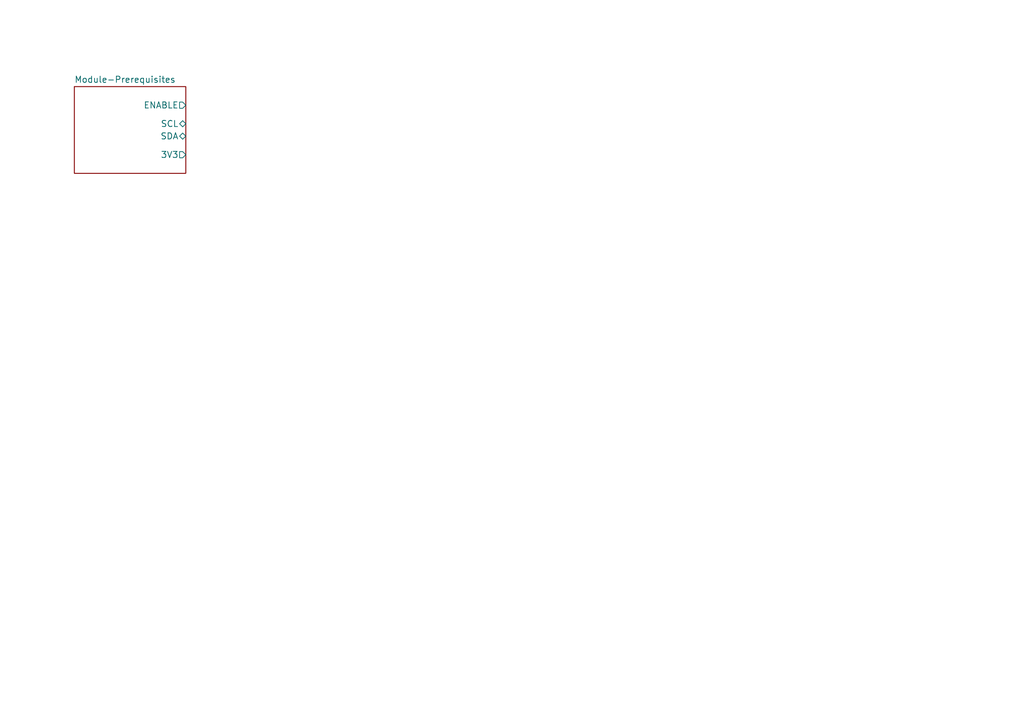
<source format=kicad_sch>
(kicad_sch (version 20230121) (generator eeschema)
  (paper "A5")
  (title_block (title "Module Template") (date "2023-08-16") (company "Fieldkit") (comment 1 "Bradley Gawthrop") (comment 2 "module-template"))
  (lib_symbols)
  (sheet (at 15.24 17.78) (size 22.86 17.78) (stroke (width 0.1524))
    (property "Sheetname" "Module-Prerequisites" (at 15.24 17.0684 0) (effects (justify left bottom)))
    (property "Sheetfile" "module-prerequisites.kicad_sch" (effects hide))
    (pin "SDA" bidirectional (at 38.1 27.94 0))
    (pin "SCL" bidirectional (at 38.1 25.4 0))
    (pin "3V3" output (at 38.1 31.75 0))
    (pin "ENABLE" output (at 38.1 21.59 0))
  )
)
</source>
